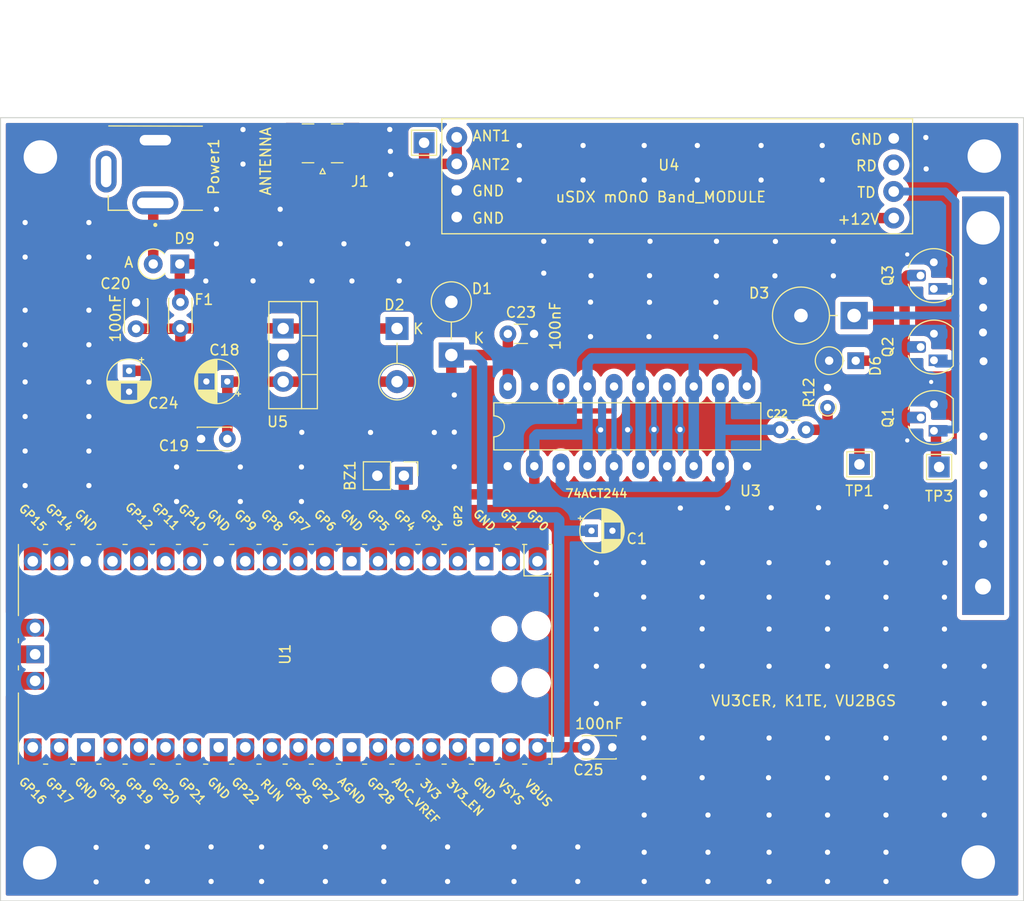
<source format=kicad_pcb>
(kicad_pcb (version 20211014) (generator pcbnew)
  (layers (0 "F.Cu" signal) (31 "B.Cu" signal) (34 "B.Paste" user) (35 "F.Paste" user) (36 "B.SilkS" user "B.Silkscreen") (37 "F.SilkS" user "F.Silkscreen") (38 "B.Mask" user) (39 "F.Mask" user) (44 "Edge.Cuts" user))
  (net 0 "")
  (net 1 "+5V")
  (net 2 "Net-(D9-Pad1)")
  (net 4 "Net-(J1-Pad1)")
  (net 5 "TD_IN")
  (net 6 "Net-(C20-Pad1)")
  (net 7 "Net-(C22-Pad2)")
  (net 8 "Net-(C22-Pad1)")
  (net 9 "Net-(D9-Pad2)")
  (net 14 "Net-(BZ1-Pad1)")
  (net 49 "GND")
  (net 50 "Net-(U1-Pad4)")
  (footprint "Diode_THT:D_DO-15_P5.08mm_Vertical_KathodeUp" (layer "F.Cu") (at 129.136 67.02 90)
    (fp_text reference "D1")
    (fp_text value "5.6V 5W" hide)
  )
  (footprint "Diode_THT:D_DO-41_SOD81_P5.08mm_Vertical_KathodeUp" (layer "F.Cu") (at 123.946 64.484315 -90)
    (fp_text reference "D2")
    (fp_text value "1N4001" hide)
  )
  (footprint "MountingHole:MountingHole_3.2mm_M3_ISO7380_Pad" (layer "F.Cu") (at 180.086 48.006)
    (fp_text reference "H2" hide)
    (fp_text value "MountingHole_Pad" hide)
  )
  (footprint "MountingHole:MountingHole_3.2mm_M3_ISO7380_Pad" (layer "F.Cu") (at 89.79 115.57)
    (fp_text reference "H3" hide)
    (fp_text value "MountingHole_Pad" hide)
  )
  (footprint "MountingHole:MountingHole_3.2mm_M3_ISO7380_Pad" (layer "F.Cu") (at 89.85 48.09)
    (fp_text reference "H4" hide)
    (fp_text value "MountingHole_Pad" hide)
  )
  (footprint "Connector_Coaxial:SMA_Samtec_SMA-J-P-X-ST-EM1_EdgeMount" (layer "F.Cu") (at 116.83 46.93 180)
    (fp_text reference "J1")
    (fp_text value "SMA")
  )
  (footprint "Package_DIP:DIP-20_W7.62mm_LongPads" (layer "F.Cu") (at 134.53 77.65 90)
    (fp_text reference "U3")
    (fp_text value "74ACT244")
  )
  (footprint "uSDX_LPF_BAND_MODULE:uSDX_LPF_Band_Module" (layer "F.Cu") (at 174.23 87.43 180)
    (fp_text reference "U4")
    (fp_text value "uSDX mOnO Band_MODULE")
  )
  (footprint "footprints:RPi_Pico_SMD_TH" (layer "F.Cu") (at 113.25 95.63 -90)
    (fp_text reference "U1")
    (fp_text value "Pico")
  )
  (footprint "Capacitor_THT:C_Disc_D3.0mm_W1.6mm_P2.50mm" (layer "F.Cu") (at 134.54 64.998)
    (fp_text reference "C23")
    (fp_text value "100nF")
  )
  (footprint "Capacitor_THT:C_Disc_D3.0mm_W1.6mm_P2.50mm" (layer "F.Cu") (at 163.048 74.168 180)
    (fp_text reference "C22")
    (fp_text value "100nF" hide)
  )
  (footprint "Capacitor_THT:CP_Radial_D4.0mm_P2.00mm" (layer "F.Cu") (at 107.72 69.55 180)
    (fp_text reference "C18")
    (fp_text value "10uF/16V" hide)
  )
  (footprint "Capacitor_THT:C_Disc_D3.0mm_W2.0mm_P2.50mm" (layer "F.Cu") (at 107.72 75.04 180)
    (fp_text reference "C19")
    (fp_text value "100nF")
  )
  (footprint "Capacitor_THT:C_Disc_D3.0mm_W2.0mm_P2.50mm" (layer "F.Cu") (at 99 64.51 90)
    (fp_text reference "C20")
    (fp_text value "100nF")
  )
  (footprint "Capacitor_THT:CP_Radial_D4.0mm_P2.00mm" (layer "F.Cu") (at 98.33 68.53 -90)
    (fp_text reference "C24")
    (fp_text value "100uF/16V" hide)
  )
  (footprint "Diode_THT:D_DO-35_SOD27_P2.54mm_Vertical_KathodeUp" (layer "F.Cu") (at 167.795686 67.564 180)
    (fp_text reference "D6")
    (fp_text value "1N4148" hide)
  )
  (footprint "Diode_THT:D_A-405_P2.54mm_Vertical_KathodeUp" (layer "F.Cu") (at 103.18 58.32 180)
    (fp_text reference "D9")
    (fp_text value "1N5817" hide)
  )
  (footprint "Resistor_THT:R_Axial_DIN0204_L3.6mm_D1.6mm_P1.90mm_Vertical" (layer "F.Cu") (at 165.1 72.025 90)
    (fp_text reference "R12")
    (fp_text value "2.7k" hide)
  )
  (footprint "TestPoint:TestPoint_THTPad_2.0x2.0mm_Drill1.0mm" (layer "F.Cu") (at 126.53 46.73)
    (fp_text reference "TP4" hide)
    (fp_text value "TestPoint" hide)
  )
  (footprint "Connector_PinHeader_2.54mm:PinHeader_1x02_P2.54mm_Vertical" (layer "F.Cu") (at 124.6 78.56 -90)
    (fp_text reference "BZ1")
    (fp_text value "Buzzer" hide)
  )
  (footprint "Package_TO_SOT_THT:TO-220-3_Vertical" (layer "F.Cu") (at 113.06 64.49 -90)
    (fp_text reference "U5")
    (fp_text value "CDIL_7805_TO220" hide)
  )
  (footprint "Package_TO_SOT_THT:TO-92_HandSolder" (layer "F.Cu") (at 175.272 67.524 90)
    (fp_text reference "Q2")
    (fp_text value "BS170")
  )
  (footprint "footprints:ThermalPad_Final" (layer "F.Cu") (at 177.433 54.864)
    (fp_text reference "HS1" hide)
    (fp_text value "Heatsink_Pad" hide)
  )
  (footprint "Capacitor_THT:C_Disc_D3.0mm_W2.0mm_P2.50mm" (layer "F.Cu") (at 144.526 104.52 180)
    (fp_text reference "C25")
    (fp_text value "100nF")
  )
  (footprint "Package_TO_SOT_THT:TO-92_HandSolder" (layer "F.Cu") (at 175.272 74.264 90)
    (fp_text reference "Q1")
    (fp_text value "BS170")
  )
  (footprint "Capacitor_THT:CP_Radial_D4.0mm_P2.00mm" (layer "F.Cu") (at 142.537401 83.82)
    (fp_text reference "C1")
    (fp_text value "10uF")
  )
  (footprint "footprints:XKB_DC-005-5A-2.0_Modded" (layer "F.Cu") (at 100.838 46.482 -90)
    (fp_text reference "Power1")
    (fp_text value "DC-005 (Barrel Jack)" hide)
  )
  (footprint "TestPoint:TestPoint_THTPad_2.0x2.0mm_Drill1.0mm" (layer "F.Cu") (at 175.768 77.724)
    (fp_text reference "TP3")
    (fp_text value "TestPoint" hide)
  )
  (footprint "Capacitor_THT:C_Disc_D3.0mm_W2.0mm_P2.50mm" (layer "F.Cu") (at 103.23 61.97 -90)
    (fp_text reference "F1")
    (fp_text value "1A" hide)
  )
  (footprint "TestPoint:TestPoint_THTPad_2.0x2.0mm_Drill1.0mm" (layer "F.Cu") (at 168.148 77.47)
    (fp_text reference "TP1")
    (fp_text value "TestPoint" hide)
  )
  (footprint "Package_TO_SOT_THT:TO-92_HandSolder" (layer "F.Cu") (at 175.26 60.694 90)
    (fp_text reference "Q3")
    (fp_text value "BS170")
  )
  (footprint "Diode_THT:D_DO-201_P5.08mm_Vertical_KathodeUp" (layer "F.Cu") (at 167.64 63.246 180)
    (fp_text reference "D3")
    (fp_text value "47v 5W" hide)
  )
  (footprint "MountingHole:MountingHole_3.2mm_M3_ISO7380_Pad" (layer "F.Cu") (at 179.51 115.49)
    (fp_text reference "H1" hide)
    (fp_text value "MountingHole_Pad" hide)
  )
  (gr_rect (start 86.04 44.33) (end 183.842 119.21) (layer "Edge.Cuts") (width 0.1) (fill none))
  (gr_text "ANTENNA" (at 111.39 48.5 90) (layer "F.SilkS") (effects (font (size 1 1))))
  (gr_text "VU3CER, K1TE, VU2BGS" (at 162.814 100.076) (layer "F.SilkS") (effects (font (size 1 1))))
  (gr_text "A" (at 98.298 58.166) (layer "F.SilkS") (effects (font (size 1 1))))
  (segment (start 107.72 69.55) (end 107.72 75.04) (width 1) (layer "F.Cu") (net 1))
  (segment (start 134.54 70.02) (end 134.53 70.03) (width 1) (layer "F.Cu") (net 1))
  (segment (start 129.136 67.02) (end 134.496 67.02) (width 1) (layer "F.Cu") (net 1))
  (segment (start 134.54 66.976) (end 134.54 70.02) (width 1) (layer "F.Cu") (net 1))
  (segment (start 123.946 69.564315) (end 123.946 69.59) (width 1) (layer "F.Cu") (net 1))
  (segment (start 123.946 69.564315) (end 128.809685 69.564315) (width 1) (layer "F.Cu") (net 1))
  (segment (start 113.06 69.57) (end 107.74 69.57) (width 1) (layer "F.Cu") (net 1))
  (segment (start 119.1 69.57) (end 113.06 69.57) (width 1) (layer "F.Cu") (net 1))
  (segment (start 119.105685 69.564315) (end 119.1 69.57) (width 1) (layer "F.Cu") (net 1))
  (segment (start 134.54 64.998) (end 134.54 66.976) (width 1) (layer "F.Cu") (net 1))
  (segment (start 107.74 69.57) (end 107.72 69.55) (width 1) (layer "F.Cu") (net 1))
  (segment (start 134.496 67.02) (end 134.54 66.976) (width 1) (layer "F.Cu") (net 1))
  (segment (start 123.946 69.59) (end 123.926 69.57) (width 1) (layer "F.Cu") (net 1))
  (segment (start 123.946 69.564315) (end 119.105685 69.564315) (width 1) (layer "F.Cu") (net 1))
  (segment (start 129.136 69.238) (end 128.809685 69.564315) (width 1) (layer "F.Cu") (net 1))
  (segment (start 142.026 104.52) (end 137.38 104.52) (width 1) (layer "F.Cu") (net 1))
  (segment (start 129.136 67.02) (end 129.136 69.238) (width 1) (layer "F.Cu") (net 1))
  (segment (start 139.7 83.82) (end 139.446 84.074) (width 1) (layer "B.Cu") (net 1))
  (segment (start 129.136 67.02) (end 131.282 67.02) (width 1) (layer "B.Cu") (net 1))
  (segment (start 139.32 104.52) (end 137.38 104.52) (width 1) (layer "B.Cu") (net 1))
  (segment (start 139.446 82.804) (end 139.192 82.55) (width 1) (layer "B.Cu") (net 1))
  (segment (start 132.08 67.818) (end 132.08 82.55) (width 1) (layer "B.Cu") (net 1))
  (segment (start 139.446 104.394) (end 139.32 104.52) (width 1) (layer "B.Cu") (net 1))
  (segment (start 131.282 67.02) (end 132.08 67.818) (width 1) (layer "B.Cu") (net 1))
  (segment (start 139.192 82.55) (end 137.668 82.55) (width 1) (layer "B.Cu") (net 1))
  (segment (start 132.08 82.55) (end 137.668 82.55) (width 1) (layer "B.Cu") (net 1))
  (segment (start 139.446 100.076) (end 139.446 84.074) (width 1) (layer "B.Cu") (net 1))
  (segment (start 139.446 84.074) (end 139.446 82.804) (width 1) (layer "B.Cu") (net 1))
  (segment (start 142.537401 83.82) (end 139.7 83.82) (width 1) (layer "B.Cu") (net 1))
  (segment (start 139.446 104.394) (end 139.446 100.076) (width 1) (layer "B.Cu") (net 1))
  (segment (start 135.228 54.51) (end 135.808 53.93) (width 1) (layer "F.Cu") (net 2))
  (segment (start 103.18 58.32) (end 135.228 58.32) (width 1) (layer "F.Cu") (net 2))
  (segment (start 103.18 61.92) (end 103.23 61.97) (width 1) (layer "F.Cu") (net 2))
  (segment (start 135.808 53.93) (end 171.43 53.93) (width 1) (layer "F.Cu") (net 2))
  (segment (start 135.228 58.32) (end 135.228 54.51) (width 1) (layer "F.Cu") (net 2))
  (segment (start 103.18 58.32) (end 103.18 61.92) (width 1) (layer "F.Cu") (net 2))
  (segment (start 117.21 52.8) (end 116.83 52.42) (width 1) (layer "F.Cu") (net 4))
  (segment (start 126.53 48.74) (end 126.54 48.75) (width 1) (layer "F.Cu") (net 4))
  (segment (start 126.53 52.7) (end 126.43 52.8) (width 1) (layer "F.Cu") (net 4))
  (segment (start 126.53 46.73) (end 126.53 48.74) (width 1) (layer "F.Cu") (net 4))
  (segment (start 129.65 46.21) (end 129.65 48.75) (width 1) (layer "F.Cu") (net 4))
  (segment (start 116.83 52.42) (end 116.83 46.73) (width 1) (layer "F.Cu") (net 4))
  (segment (start 126.43 52.8) (end 117.21 52.8) (width 1) (layer "F.Cu") (net 4))
  (segment (start 126.54 48.75) (end 129.65 48.75) (width 1) (layer "F.Cu") (net 4))
  (segment (start 126.53 48.74) (end 126.53 52.7) (width 1) (layer "F.Cu") (net 4))
  (segment (start 175.468 74.264) (end 175.468 77.424) (width 1) (layer "F.Cu") (net 5))
  (segment (start 175.468 77.424) (end 175.768 77.724) (width 1) (layer "F.Cu") (net 5))
  (segment (start 167.64 63.246) (end 177.292 63.246) (width 0.75) (layer "B.Cu") (net 5))
  (segment (start 176.358 51.39) (end 177.320041 52.352041) (width 0.75) (layer "B.Cu") (net 5))
  (segment (start 175.396041 74.139959) (end 175.272 74.264) (width 0.75) (layer "B.Cu") (net 5))
  (segment (start 177.320041 63.274041) (end 177.320041 67.846041) (width 0.75) (layer "B.Cu") (net 5))
  (segment (start 177.28 60.694) (end 177.320041 60.734041) (width 0.75) (layer "B.Cu") (net 5))
  (segment (start 177.320041 60.734041) (end 177.320041 63.274041) (width 0.75) (layer "B.Cu") (net 5))
  (segment (start 177.320041 67.846041) (end 177.320041 74.139959) (width 0.75) (layer "B.Cu") (net 5))
  (segment (start 175.272 67.524) (end 175.594041 67.846041) (width 0.75) (layer "B.Cu") (net 5))
  (segment (start 177.292 63.246) (end 177.320041 63.274041) (width 0.75) (layer "B.Cu") (net 5))
  (segment (start 171.43 51.39) (end 176.358 51.39) (width 0.75) (layer "B.Cu") (net 5))
  (segment (start 175.594041 67.846041) (end 177.320041 67.846041) (width 0.75) (layer "B.Cu") (net 5))
  (segment (start 177.320041 74.139959) (end 175.396041 74.139959) (width 0.75) (layer "B.Cu") (net 5))
  (segment (start 175.26 60.694) (end 177.28 60.694) (width 0.75) (layer "B.Cu") (net 5))
  (segment (start 177.320041 52.352041) (end 177.320041 60.734041) (width 0.75) (layer "B.Cu") (net 5))
  (segment (start 113.06 64.49) (end 113.04 64.47) (width 0.25) (layer "F.Cu") (net 6))
  (segment (start 103.23 68.22) (end 102.92 68.53) (width 1) (layer "F.Cu") (net 6))
  (segment (start 103.19 64.51) (end 103.23 64.47) (width 1) (layer "F.Cu") (net 6))
  (segment (start 102.92 68.53) (end 98.33 68.53) (width 1) (layer "F.Cu") (net 6))
  (segment (start 103.23 64.47) (end 103.23 68.22) (width 1) (layer "F.Cu") (net 6))
  (segment (start 99 64.51) (end 103.19 64.51) (width 1) (layer "F.Cu") (net 6))
  (segment (start 123.946 64.484315) (end 113.065685 64.484315) (width 1) (layer "F.Cu") (net 6))
  (segment (start 103.23 64.47) (end 113.04 64.47) (width 1) (layer "F.Cu") (net 6))
  (segment (start 113.065685 64.484315) (end 113.06 64.49) (width 1) (layer "F.Cu") (net 6))
  (segment (start 144.69 72.334) (end 144.69 70.03) (width 0.5) (layer "F.Cu") (net 7))
  (segment (start 139.61 70.03) (end 139.61 72.14) (width 0.5) (layer "F.Cu") (net 7))
  (segment (start 139.61 72.14) (end 139.834 72.364) (width 0.5) (layer "F.Cu") (net 7))
  (segment (start 139.834 72.364) (end 144.66 72.364) (width 0.5) (layer "F.Cu") (net 7))
  (segment (start 144.66 72.364) (end 144.69 72.334) (width 0.5) (layer "F.Cu") (net 7))
  (segment (start 154.85 77.65) (end 154.85 74.078) (width 1) (layer "B.Cu") (net 7))
  (segment (start 144.69 79.412) (end 144.69 79.61) (width 0.5) (layer "B.Cu") (net 7))
  (segment (start 144.888 79.61) (end 144.69 79.412) (width 1) (layer "B.Cu") (net 7))
  (segment (start 154.43 79.65) (end 154.85 79.23) (width 0.5) (layer "B.Cu") (net 7))
  (segment (start 154.47 79.61) (end 149.968 79.61) (width 1) (layer "B.Cu") (net 7))
  (segment (start 149.77 79.61) (end 149.73 79.65) (width 0.5) (layer "B.Cu") (net 7))
  (segment (start 160.548 74.168) (end 154.94 74.168) (width 1) (layer "B.Cu") (net 7))
  (segment (start 144.69 79.61) (end 144.73 79.65) (width 0.5) (layer "B.Cu") (net 7))
  (segment (start 149.77 79.412) (end 149.968 79.61) (width 1) (layer "B.Cu") (net 7))
  (segment (start 154.94 74.168) (end 154.85 74.078) (width 1) (layer "B.Cu") (net 7))
  (segment (start 149.77 70.03) (end 149.77 77.65) (width 1) (layer "B.Cu") (net 7))
  (segment (start 139.61 79.43) (end 139.83 79.65) (width 0.5) (layer "B.Cu") (net 7))
  (segment (start 139.61 79.158) (end 139.61 77.65) (width 1) (layer "B.Cu") (net 7))
  (segment (start 154.85 74.078) (end 154.85 70.03) (width 1) (layer "B.Cu") (net 7))
  (segment (start 144.69 70.03) (end 144.69 77.65) (width 0.5) (layer "B.Cu") (net 7))
  (segment (start 149.77 77.65) (end 149.77 79.412) (width 1) (layer "B.Cu") (net 7))
  (segment (start 149.73 79.65) (end 154.43 79.65) (width 0.5) (layer "B.Cu") (net 7))
  (segment (start 139.83 79.65) (end 144.73 79.65) (width 0.5) (layer "B.Cu") (net 7))
  (segment (start 149.968 79.61) (end 144.888 79.61) (width 1) (layer "B.Cu") (net 7))
  (segment (start 154.85 79.23) (end 154.47 79.61) (width 1) (layer "B.Cu") (net 7))
  (segment (start 144.69 79.61) (end 140.062 79.61) (width 1) (layer "B.Cu") (net 7))
  (segment (start 154.85 79.23) (end 154.85 77.65) (width 1) (layer "B.Cu") (net 7))
  (segment (start 140.062 79.61) (end 139.61 79.158) (width 1) (layer "B.Cu") (net 7))
  (segment (start 144.73 79.65) (end 149.73 79.65) (width 0.5) (layer "B.Cu") (net 7))
  (segment (start 139.61 79.158) (end 139.61 79.43) (width 0.5) (layer "B.Cu") (net 7))
  (segment (start 144.69 79.412) (end 144.69 77.65) (width 1) (layer "B.Cu") (net 7))
  (segment (start 172.466 70.612) (end 172.466 67.818) (width 1) (layer "F.Cu") (net 8))
  (segment (start 165.1 72.025) (end 165.1 74.168) (width 1) (layer "F.Cu") (net 8))
  (segment (start 165.1 74.168) (end 168.402 74.168) (width 1) (layer "F.Cu") (net 8))
  (segment (start 172.732 59.424) (end 172.466 59.69) (width 1) (layer "F.Cu") (net 8))
  (segment (start 173.99 59.424) (end 172.732 59.424) (width 1) (layer "F.Cu") (net 8))
  (segment (start 168.148 74.422) (end 168.402 74.168) (width 1) (layer "F.Cu") (net 8))
  (segment (start 174.002 72.994) (end 172.562 72.994) (width 0.75) (layer "F.Cu") (net 8))
  (segment (start 171.958 74.168) (end 172.466 73.66) (width 1) (layer "F.Cu") (net 8))
  (segment (start 172.466 72.898) (end 172.466 73.66) (width 1) (layer "F.Cu") (net 8))
  (segment (start 172.212 67.564) (end 172.466 67.818) (width 1) (layer "F.Cu") (net 8))
  (segment (start 163.048 74.168) (end 165.1 74.168) (width 1) (layer "F.Cu") (net 8))
  (segment (start 172.466 67.818) (end 172.466 66.548) (width 1) (layer "F.Cu") (net 8))
  (segment (start 168.402 74.168) (end 171.958 74.168) (width 1) (layer "F.Cu") (net 8))
  (segment (start 172.562 72.994) (end 172.466 72.898) (width 1) (layer "F.Cu") (net 8))
  (segment (start 168.148 77.47) (end 168.148 74.422) (width 1) (layer "F.Cu") (net 8))
  (segment (start 172.466 73.66) (end 172.310315 73.815685) (width 1) (layer "F.Cu") (net 8))
  (segment (start 174.002 66.254) (end 172.76 66.254) (width 0.75) (layer "F.Cu") (net 8))
  (segment (start 167.795686 67.564) (end 172.212 67.564) (width 1) (layer "F.Cu") (net 8))
  (segment (start 172.76 66.254) (end 172.466 66.548) (width 1) (layer "F.Cu") (net 8))
  (segment (start 172.466 66.548) (end 172.466 59.69) (width 1) (layer "F.Cu") (net 8))
  (segment (start 172.466 70.612) (end 172.466 73.66) (width 1) (layer "F.Cu") (net 8))
  (segment (start 100.64 52.68) (end 100.838 52.482) (width 1) (layer "F.Cu") (net 9))
  (segment (start 100.64 58.32) (end 100.64 52.68) (width 1) (layer "F.Cu") (net 9))
  (segment (start 124.6 78.56) (end 124.6 86.66) (width 1) (layer "F.Cu") (net 14))
  (segment (start 124.6 86.66) (end 124.68 86.74) (width 1) (layer "F.Cu") (net 14))
  (segment (start 106.137401 69.9) (end 106.337401 69.7) (width 0.25) (layer "F.Cu") (net 49))
  (via (at 148.132 56.148) (size 1) (drill 0.5) (layers "F.Cu" "B.Cu") (net 49))
  (via (at 170.688 86.868) (size 1) (drill 0.5) (layers "F.Cu" "B.Cu") (net 49))
  (via (at 135.636 50.292) (size 1) (drill 0.5) (layers "F.Cu" "B.Cu") (net 49))
  (via (at 141.732 50.292) (size 1) (drill 0.5) (layers "F.Cu" "B.Cu") (net 49))
  (via (at 88.392 76.2) (size 1) (drill 0.5) (layers "F.Cu" "B.Cu") (net 49))
  (via (at 147.574 117.348) (size 1) (drill 0.5) (layers "F.Cu" "B.Cu") (net 49))
  (via (at 172.72 57.404) (size 0.8) (drill 0.4) (layers "F.Cu" "B.Cu") (net 49))
  (via (at 159.512 110.998) (size 1) (drill 0.5) (layers "F.Cu" "B.Cu") (net 49))
  (via (at 170.688 103.632) (size 1) (drill 0.5) (layers "F.Cu" "B.Cu") (net 49))
  (via (at 165.1 114.554) (size 1) (drill 0.5) (layers "F.Cu" "B.Cu") (net 49))
  (via (at 88.392 79.502) (size 1) (drill 0.5) (layers "F.Cu" "B.Cu") (net 49))
  (via (at 164.592 46.99) (size 1) (drill 0.5) (layers "F.Cu" "B.Cu") (net 49))
  (via (at 176.276 100.33) (size 1) (drill 0.5) (layers "F.Cu" "B.Cu") (net 49))
  (via (at 176.326 86.882) (size 1) (drill 0.5) (layers "F.Cu" "B.Cu") (net 49))
  (via (at 143.002 93.218) (size 1) (drill 0.5) (layers "F.Cu" "B.Cu") (net 49))
  (via (at 124.156 59.93) (size 1) (drill 0.5) (layers "F.Cu" "B.Cu") (net 49))
  (via (at 180.086 103.632) (size 1) (drill 0.5) (layers "F.Cu" "B.Cu") (net 49))
  (via (at 147.574 46.99) (size 1) (drill 0.5) (layers "F.Cu" "B.Cu") (net 49))
  (via (at 88.392 54.356) (size 1) (drill 0.5) (layers "F.Cu" "B.Cu") (net 49))
  (via (at 94.488 72.898) (size 1) (drill 0.5) (layers "F.Cu" "B.Cu") (net 49))
  (via (at 153.162 86.868) (size 1) (drill 0.5) (layers "F.Cu" "B.Cu") (net 49))
  (via (at 180.086 96.774) (size 1) (drill 0.5) (layers "F.Cu" "B.Cu") (net 49))
  (via (at 160.12 56.162) (size 1) (drill 0.5) (layers "F.Cu" "B.Cu") (net 49))
  (via (at 159.512 103.632) (size 1) (drill 0.5) (layers "F.Cu" "B.Cu") (net 49))
  (via (at 154.432 61.976) (size 1) (drill 0.5) (layers "F.Cu" "B.Cu") (net 49))
  (via (at 151 74.144) (size 1) (drill 0.5) (layers "F.Cu" "B.Cu") (net 49))
  (via (at 165.1 90.17) (size 1) (drill 0.5) (layers "F.Cu" "B.Cu") (net 49))
  (via (at 147.524 100.33) (size 1) (drill 0.5) (layers "F.Cu" "B.Cu") (net 49))
  (via (at 137.972 59.196) (size 1) (drill 0.5) (layers "F.Cu" "B.Cu") (net 49))
  (via (at 172.72 75.184) (size 0.8) (drill 0.4) (layers "F.Cu" "B.Cu") (net 49))
  (via (at 175.006 69.596) (size 0.8) (drill 0.4) (layers "F.Cu" "B.Cu") (net 49))
  (via (at 143.002 89.916) (size 1) (drill 0.5) (layers "F.Cu" "B.Cu") (net 49))
  (via (at 106.68 56.388) (size 1) (drill 0.5) (layers "F.Cu" "B.Cu") (net 49))
  (via (at 170.688 117.348) (size 1) (drill 0.5) (layers "F.Cu" "B.Cu") (net 49))
  (via (at 143.41 74.174) (size 1) (drill 0.5) (layers "F.Cu" "B.Cu") (net 49))
  (via (at 170.688 96.774) (size 1) (drill 0.5) (layers "F.Cu" "B.Cu") (net 49))
  (via (at 109.22 45.466) (size 1) (drill 0.5) (layers "F.Cu" "B.Cu") (net 49))
  (via (at 174.53 49.23) (size 1) (drill 0.5) (layers "F.Cu" "B.Cu") (net 49))
  (via (at 94.488 66.04) (size 1) (drill 0.5) (layers "F.Cu" "B.Cu") (net 49))
  (via (at 159.72 81.63) (size 1) (drill 0.5) (layers "F.Cu" "B.Cu") (net 49))
  (via (at 100.076 114.046) (size 1) (drill 0.5) (layers "F.Cu" "B.Cu") (net 49))
  (via (at 145.99 74.164) (size 1) (drill 0.5) (layers "F.Cu" "B.Cu") (net 49))
  (via (at 176.276 110.998) (size 1) (drill 0.5) (layers "F.Cu" "B.Cu") (net 49))
  (via (at 159.512 117.348) (size 1) (drill 0.5) (layers "F.Cu" "B.Cu") (net 49))
  (via (at 170.688 90.17) (size 1) (drill 0.5) (layers "F.Cu" "B.Cu") (net 49))
  (via (at 180.086 100.33) (size 1) (drill 0.5) (layers "F.Cu" "B.Cu") (net 49))
  (via (at 180.086 110.998) (size 1) (drill 0.5) (layers "F.Cu" "B.Cu") (net 49))
  (via (at 147.524 93.204) (size 1) (drill 0.5) (layers "F.Cu" "B.Cu") (net 49))
  (via (at 102.87 81.026) (size 1) (drill 0.5) (layers "F.Cu" "B.Cu") (net 49))
  (via (at 128.778 117.348) (size 1) (drill 0.5) (layers "F.Cu" "B.Cu") (net 49))
  (via (at 147.524 103.618) (size 1) (drill 0.5) (layers "F.Cu" "B.Cu") (net 49))
  (via (at 154.482 56.148) (size 1) (drill 0.5) (layers "F.Cu" "B.Cu") (net 49))
  (via (at 115.824 59.944) (size 1) (drill 0.5) (layers "F.Cu" "B.Cu") (net 49))
  (via (at 94.488 79.502) (size 1) (drill 0.5) (layers "F.Cu" "B.Cu") (net 49))
  (via (at 170.688 110.998) (size 1) (drill 0.5) (layers "F.Cu" "B.Cu") (net 49))
  (via (at 122.682 117.348) (size 1) (drill 0.5) (layers "F.Cu" "B.Cu") (net 49))
  (via (at 88.392 72.898) (size 1) (drill 0.5) (layers "F.Cu" "B.Cu") (net 49))
  (via (at 174.498 46.228) (size 1) (drill 0.5) (layers "F.Cu" "B.Cu") (net 49))
  (via (at 109.22 48.768) (size 1) (drill 0.5) (layers "F.Cu" "B.Cu") (net 49))
  (via (at 153.112 90.156) (size 1) (drill 0.5) (layers "F.Cu" "B.Cu") (net 49))
  (via (at 142.444 65.264) (size 1) (drill 0.5) (layers "F.Cu" "B.Cu") (net 49))
  (via (at 122.682 114.046) (size 1) (drill 0.5) (layers "F.Cu" "B.Cu") (net 49))
  (via (at 170.688 81.534) (size 1) (drill 0.5) (layers "F.Cu" "B.Cu") (net 49))
  (via (at 94.488 69.596) (size 1) (drill 0.5) (layers "F.Cu" "B.Cu") (net 49))
  (via (at 106.172 114.046) (size 1) (drill 0.5) (layers "F.Cu" "B.Cu") (net 49))
  (via (at 105.664 59.944) (size 1) (drill 0.5) (layers "F.Cu" "B.Cu") (net 49))
  (via (at 141.224 117.348) (size 1) (drill 0.5) (layers "F.Cu" "B.Cu") (net 49))
  (via (at 148.082 61.976) (size 1) (drill 0.5) (layers "F.Cu" "B.Cu") (net 49))
  (via (at 128.778 114.046) (size 1) (drill 0.5) (layers "F.Cu" "B.Cu") (net 49))
  (via (at 147.524 107.428) (size 1) (drill 0.5) (layers "F.Cu" "B.Cu") (net 49))
  (via (at 123.31 47.55) (size 1) (drill 0.5) (layers "F.Cu" "B.Cu") (net 49))
  (via (at 159.512 86.868) (size 1) (drill 0.5) (layers "F.Cu" "B.Cu") (net 49))
  (via (at 147.574 114.554) (size 1) (drill 0.5) (layers "F.Cu" "B.Cu") (net 49))
  (via (at 114.808 81.026) (size 1) (drill 0.5) (layers "F.Cu" "B.Cu") (net 49))
  (via (at 108.966 77.724) (size 1) (drill 0.5) (layers "F.Cu" "B.Cu") (net 49))
  (via (at 153.67 110.998) (size 1) (drill 0.5) (layers "F.Cu" "B.Cu") (net 49))
  (via (at 114.84 74.41) (size 1) (drill 0.5) (layers "F.Cu" "B.Cu") (net 49))
  (via (at 159.512 93.218) (size 1) (drill 0.5) (layers "F.Cu" "B.Cu") (net 49))
  (via (at 88.392 69.596) (size 1) (drill 0.5) (layers "F.Cu" "B.Cu") (net 49))
  (via (at 102.87 77.724) (size 1) (drill 0.5) (layers "F.Cu" "B.Cu") (net 49))
  (via (at 88.392 62.738) (size 1) (drill 0.5) (layers "F.Cu" "B.Cu") (net 49))
  (via (at 153.112 107.428) (size 1) (drill 0.5) (layers "F.Cu" "B.Cu") (net 49))
  (via (at 142.494 56.134) (size 1) (drill 0.5) (layers "F.Cu" "B.Cu") (net 49))
  (via (at 176.276 107.444) (size 1) (drill 0.5) (layers "F.Cu" "B.Cu") (net 49))
  (via (at 94.488 62.738) (size 1) (drill 0.5) (layers "F.Cu" "B.Cu") (net 49))
  (via (at 117.094 114.046) (size 1) (drill 0.5) (layers "F.Cu" "B.Cu") (net 49))
  (via (at 143.002 86.868) (size 1) (drill 0.5) (layers "F.Cu" "B.Cu") (net 49))
  (via (at 123.34 49.76) (size 1) (drill 0.5) (layers "F.Cu" "B.Cu") (net 49))
  (via (at 123.25 45.46) (size 1) (drill 0.5) (layers "F.Cu" "B.Cu") (net 49))
  (via (at 88.392 66.04) (size 1) (drill 0.5) (layers "F.Cu" "B.Cu") (net 49))
  (via (at 135.128 117.348) (size 1) (drill 0.5) (layers "F.Cu" "B.Cu") (net 49))
  (via (at 119.634 59.944) (size 1) (drill 0.5) (layers "F.Cu" "B.Cu") (net 49))
  (via (at 137.972 56.148) (size 1) (drill 0.5) (layers "F.Cu" "B.Cu") (net 49))
  (via (at 176.276 96.774) (size 1) (drill 0.5) (layers "F.Cu" "B.Cu") (net 49))
  (via (at 153.112 96.76) (size 1) (drill 0.5) (layers "F.Cu" "B.Cu") (net 49))
  (via (at 176.276 90.17) (size 1) (drill 0.5) (layers "F.Cu" "B.Cu") (net 49))
  (via (at 110.998 117.348) (size 1) (drill 0.5) (layers "F.Cu" "B.Cu") (net 49))
  (via (at 127.508 74.422) (size 1) (drill 0.5) (layers "F.Cu" "B.Cu") (net 49))
  (via (at 88.392 57.658) (size 1) (drill 0.5) (layers "F.Cu" "B.Cu") (net 49))
  (via (at 176.276 103.632) (size 1) (drill 0.5) (layers "F.Cu" "B.Cu") (net 49))
  (via (at 135.128 114.046) (size 1) (drill 0.5) (layers "F.Cu" "B.Cu") (net 49))
  (via (at 165.1 93.218) (size 1) (drill 0.5) (layers "F.Cu" "B.Cu") (net 49))
  (via (at 148.032 65.264) (size 1) (drill 0.5) (layers "F.Cu" "B.Cu") (net 49))
  (via (at 164.242 81.616) (size 1) (drill 0.5) (layers "F.Cu" "B.Cu") (net 49))
  (via (at 170.688 114.554) (size 1) (drill 0.5) (layers "F.Cu" "B.Cu") (net 49))
  (via (at 95.18 117.39) (size 1) (drill 0.5) (layers "F.Cu" "B.Cu") (net 49))
  (via (at 121.412 74.422) (size 1) (drill 0.5) (layers "F.Cu" "B.Cu") (net 49))
  (via (at 95.18 114.088) (size 1) (drill 0.5) (layers "F.Cu" "B.Cu") (net 49))
  (via (at 147.524 86.854) (size 1) (drill 0.5) (layers "F.Cu" "B.Cu") (net 49))
  (via (at 165.658 59.45) (size 1) (drill 0.5) (layers "F.Cu" "B.Cu") (net 49))
  (via (at 165.1 117.348) (size 1) (drill 0.5) (layers "F.Cu" "B.Cu") (net 49))
  (via (at 164.592 50.292) (size 1) (drill 0.5) (layers "F.Cu" "B.Cu") (net 49))
  (via (at 165.1 103.632) (size 1) (drill 0.5) (layers "F.Cu" "B.Cu") (net 49))
  (via (at 94.488 76.2) (size 1) (drill 0.5) (layers "F.Cu" "B.Cu") (net 49))
  (via (at 100.076 117.348) (size 1) (drill 0.5) (layers "F.Cu" "B.Cu") (net 49))
  (via (at 153.112 93.204) (size 1) (drill 0.5) (layers "F.Cu" "B.Cu") (net 49))
  (via (at 165.1 107.442) (size 1) (drill 0.5) (layers "F.Cu" "B.Cu") (net 49))
  (via (at 160.07 59.45) (size 1) (drill 0.5) (layers "F.Cu" "B.Cu") (net 49))
  (via (at 110.186 59.93) (size 1) (drill 0.5) (layers "F.Cu" "B.Cu") (net 49))
  (via (at 154.432 65.278) (size 1) (drill 0.5) (layers "F.Cu" "B.Cu") (net 49))
  (via (at 106.172 117.348) (size 1) (drill 0.5) (layers "F.Cu" "B.Cu") (net 49))
  (via (at 94.488 57.658) (size 1) (drill 0.5) (layers "F.Cu" "B.Cu") (net 49))
  (via (at 142.444 61.962) (size 1) (drill 0.5) (layers "F.Cu" "B.Cu") (net 49))
  (via (at 148.51 74.144) (size 1) (drill 0.5) (layers "F.Cu" "B.Cu") (net 49))
  (via (at 94.488 54.356) (size 1) (drill 0.5) (layers "F.Cu" "B.Cu") (net 49))
  (via (at 124.968 56.388) (size 1) (drill 0.5) (layers "F.Cu" "B.Cu") (net 49))
  (via (at 129.42 74.396) (size 1) (drill 0.5) (layers "F.Cu" "B.Cu") (net 49))
  (via (at 159.46 107.43) (size 1) (drill 0.5) (layers "F.Cu" "B.Cu") (net 49))
  (via (at 108.966 81.026) (size 1) (drill 0.5) (layers "F.Cu" "B.Cu") (net 49))
  (via (at 170.688 107.442) (size 1) (drill 0.5) (layers "F.Cu" "B.Cu") (net 49))
  (via (at 154.482 59.45) (size 1) (drill 0.5) (layers "F.Cu" "B.Cu") (net 49))
  (via (at 159.512 90.17) (size 1) (drill 0.5) (layers "F.Cu" "B.Cu") (net 49))
  (via (at 114.808 77.724) (size 1) (drill 0.5) (layers "F.Cu" "B.Cu") (net 49))
  (via (at 118.872 56.388) (size 1) (drill 0.5) (layers "F.Cu" "B.Cu") (net 49))
  (via (at 112.776 53.086) (size 1) (drill 0.5) (layers "F.Cu" "B.Cu") (net 49))
  (via (at 153.112 103.618) (size 1) (drill 0.5) (layers "F.Cu" "B.Cu") (net 49))
  (via (at 143.002 100.33) (size 1) (drill 0.5) (layers "F.Cu" "B.Cu") (net 49))
  (via (at 158.75 46.99) (size 1) (drill 0.5) (layers "F.Cu" "B.Cu") (net 49))
  (via (at 176.276 93.218) (size 1) (drill 0.5) (layers "F.Cu" "B.Cu") (net 49))
  (via (at 106.68 53.086) (size 1) (drill 0.5) (layers "F.Cu" "B.Cu") (net 49))
  (via (at 153.67 117.348) (size 1) (drill 0.5) (layers "F.Cu" "B.Cu") (net 49))
  (via (at 153.67 114.554) (size 1) (drill 0.5) (layers "F.Cu" "B.Cu") (net 49))
  (via (at 170.688 93.218) (size 1) (drill 0.5) (layers "F.Cu" "B.Cu") (net 49))
  (via (at 180.086 107.444) (size 1) (drill 0.5) (layers "F.Cu" "B.Cu") (net 49))
  (via (at 152.654 50.292) (size 1) (drill 0.5) (layers "F.Cu" "B.Cu") (net 49))
  (via (at 165.1 96.774) (size 1) (drill 0.5) (layers "F.Cu" "B.Cu") (net 49))
  (via (at 143.002 96.774) (size 1) (drill 0.5) (layers "F.Cu" "B.Cu") (net 49))
  (via (at 117.094 117.348) (size 1) (drill 0.5) (layers "F.Cu" "B.Cu") (net 49))
  (via (at 148.082 59.436) (size 1) (drill 0.5) (layers "F.Cu" "B.Cu") (net 49))
  (via (at 147.524 90.156) (size 1) (drill 0.5) (layers "F.Cu" "B.Cu") (net 49))
  (via (at 135.636 46.99) (size 1) (drill 0.5) (layers "F.Cu" "B.Cu") (net 49))
  (via (at 129.42 70.84) (size 1) (drill 0.5) (layers "F.Cu" "B.Cu") (net 49))
  (via (at 112.776 56.388) (size 1) (drill 0.5) (layers "F.Cu" "B.Cu") (net 49))
  (via (at 147.524 96.774) (size 1) (drill 0.5) (layers "F.Cu" "B.Cu") (net 49))
  (via (at 151.03 81.65) (size 1) (drill 0.5) (layers "F.Cu" "B.Cu") (net 49))
  (via (at 159.512 114.554) (size 1) (drill 0.5) (layers "F.Cu" "B.Cu") (net 49))
  (via (at 142.494 59.436) (size 1) (drill 0.5) (layers "F.Cu" "B.Cu") (net 49))
  (via (at 110.998 114.046) (size 1) (drill 0.5) (layers "F.Cu" "B.Cu") (net 49))
  (via (at 155.552 81.636) (size 1) (drill 0.5) (layers "F.Cu" "B.Cu") (net 49))
  (via (at 159.512 96.774) (size 1) (drill 0.5) (layers "F.Cu" "B.Cu") (net 49))
  (via (at 147.574 110.998) (size 1) (drill 0.5) (layers "F.Cu" "B.Cu") (net 49))
  (via (at 141.732 46.99) (size 1) (drill 0.5) (layers "F.Cu" "B.Cu") (net 49))
  (via (at 141.224 114.046) (size 1) (drill 0.5) (layers "F.Cu" "B.Cu") (net 49))
  (via (at 165.15 86.882) (size 1) (drill 0.5) (layers "F.Cu" "B.Cu") (net 49))
  (via (at 147.574 50.292) (size 1) (drill 0.5) (layers "F.Cu" "B.Cu") (net 49))
  (via (at 129.42 77.698) (size 1) (drill 0.5) (layers "F.Cu" "B.Cu") (net 49))
  (via (at 165.1 110.998) (size 1) (drill 0.5) (layers "F.Cu" "B.Cu") (net 49))
  (via (at 158.75 50.292) (size 1) (drill 0.5) (layers "F.Cu" "B.Cu") (net 49))
  (via (at 165.658 56.148) (size 1) (drill 0.5) (layers "F.Cu" "B.Cu") (net 49))
  (via (at 152.654 46.99) (size 1) (drill 0.5) (layers "F.Cu" "B.Cu") (net 49))
  (segment (start 106.137401 69.9) (end 106.337401 69.7) (width 0.5) (layer "B.Cu") (net 49))
  (segment (start 130.1 80.34) (end 137.044 80.34) (width 1) (layer "F.Cu") (net 50))
  (segment (start 137.044 80.34) (end 137.07 80.314) (width 1) (layer "F.Cu") (net 50))
  (segment (start 129.76 80.68) (end 130.1 80.34) (width 1) (layer "F.Cu") (net 50))
  (segment (start 129.76 86.74) (end 129.76 80.68) (width 1) (layer "F.Cu") (net 50))
  (segment (start 137.07 80.314) (end 137.07 77.65) (width 1) (layer "F.Cu") (net 50))
  (segment (start 137.324 74.62) (end 137.07 74.874) (width 1) (layer "B.Cu") (net 50))
  (segment (start 147.23 70.03) (end 147.23 77.65) (width 1) (layer "B.Cu") (net 50))
  (segment (start 147.23 70.03) (end 147.23 67.508) (width 1) (layer "B.Cu") (net 50))
  (segment (start 142.15 70.03) (end 142.15 77.65) (width 1) (layer "B.Cu") (net 50))
  (segment (start 157.172 67.35) (end 157.39 67.568) (width 1) (layer "B.Cu") (net 50))
  (segment (start 152.31 70.03) (end 152.31 77.65) (width 1) (layer "B.Cu") (net 50))
  (segment (start 147.23 67.508) (end 147.388 67.35) (width 0.5) (layer "B.Cu") (net 50))
  (segment (start 142.562 67.35) (end 157.172 67.35) (width 1) (layer "B.Cu") (net 50))
  (segment (start 157.172 67.35) (end 147.388 67.35) (width 0.5) (layer "B.Cu") (net 50))
  (segment (start 142.15 75.17) (end 142.15 77.65) (width 0.5) (layer "B.Cu") (net 50))
  (segment (start 142.15 74.62) (end 137.324 74.62) (width 1) (layer "B.Cu") (net 50))
  (segment (start 137.07 75.094) (end 137.07 77.65) (width 1) (layer "B.Cu") (net 50))
  (segment (start 142.15 67.762) (end 142.562 67.35) (width 1) (layer "B.Cu") (net 50))
  (segment (start 142.15 74.62) (end 142.15 75.17) (width 0.5) (layer "B.Cu") (net 50))
  (segment (start 157.39 67.568) (end 157.39 70.03) (width 1) (layer "B.Cu") (net 50))
  (segment (start 152.31 70.03) (end 152.31 67.67) (width 1) (layer "B.Cu") (net 50))
  (segment (start 142.15 70.03) (end 142.15 74.62) (width 0.5) (layer "B.Cu") (net 50))
  (segment (start 137.07 75.094) (end 137.07 74.874) (width 0.5) (layer "B.Cu") (net 50))
  (segment (start 142.15 70.03) (end 142.15 67.762) (width 1) (layer "B.Cu") (net 50))
  (segment (start 142.562 67.35) (end 147.388 67.35) (width 0.5) (layer "B.Cu") (net 50))
  (zone (net 49) (net_name "GND") (layer "F.Cu") (connect_pads yes (clearance 0.508)) (min_thickness 0.254) (fill yes (thermal_gap 0.508) (thermal_bridge_width 0.508))
    (polygon (pts (xy 183.893355 119.168981) (xy 86.03 119.17) (xy 86.03 44.33) (xy 183.793355 44.328981)))
  )
  (zone (net 49) (net_name "GND") (layer "B.Cu") (connect_pads yes (clearance 0.508)) (min_thickness 0.254) (fill yes (thermal_gap 0.508) (thermal_bridge_width 0.508))
    (polygon (pts (xy 183.891999 119.168982) (xy 86.03 119.17) (xy 86.03 44.33) (xy 183.791999 44.328982)))
  )
)
</source>
